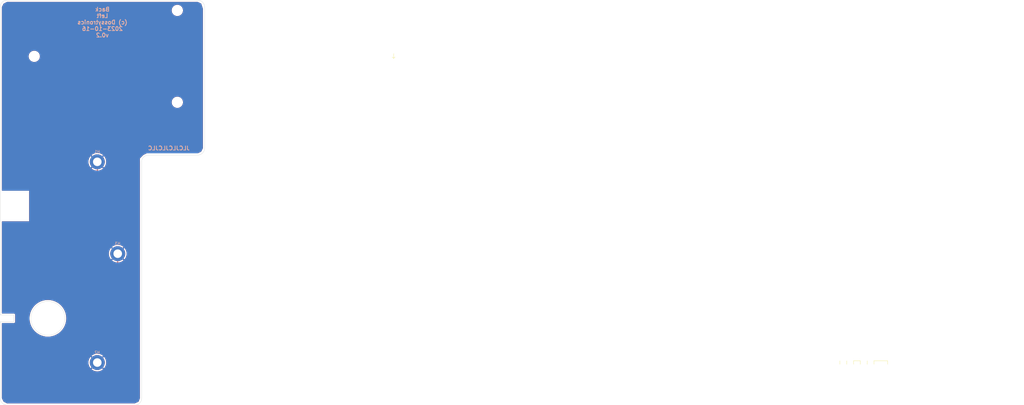
<source format=kicad_pcb>
(kicad_pcb (version 20211014) (generator pcbnew)
  (title_block (title "Left ear for keyboard adpater to Model A/B") (date "2023-10-16") (rev "v0.2") (company "Dossytronics"))
  (layers (0 "F.Cu" signal) (31 "B.Cu" signal) (34 "B.Paste" user) (35 "F.Paste" user) (36 "B.SilkS" user "B.Silkscreen") (37 "F.SilkS" user "F.Silkscreen") (38 "B.Mask" user) (39 "F.Mask" user) (44 "Edge.Cuts" user))
  (net 0 "")
  (net 1 "GND")
  (footprint "MountingHole:MountingHole_3.2mm_M3_DIN965_Pad" (layer "F.Cu") (at 68.58 120.015)
    (fp_text reference "H3" (at 0 -3.8) (layer "B.SilkS") (effects (justify mirror)))
    (fp_text value "bkplt")
    (pad "1" thru_hole circle (at 0 0) (size 5.6 5.6) (drill 3.2) (layers *.Cu *.Mask) (net 1 "GND"))
  )
  (footprint "MountingHole:MountingHole_3.2mm_M3_DIN965" (layer "F.Cu") (at 37.465 46.355)
    (fp_text reference "H4" hide)
    (fp_text value "HoleThru")
    (pad "" np_thru_hole circle (at 0 0) (size 3.2 3.2) (drill 3.2) (layers *.Cu *.Mask))
  )
  (footprint "MountingHole:MountingHole_3.2mm_M3_DIN965_Pad" (layer "F.Cu") (at 60.96 160.655)
    (fp_text reference "H2" (at 0 -3.8) (layer "B.SilkS") (effects (justify mirror)))
    (fp_text value "bkplt")
    (pad "1" thru_hole circle (at 0 0) (size 5.6 5.6) (drill 3.2) (layers *.Cu *.Mask) (net 1 "GND"))
  )
  (footprint "MountingHole:MountingHole_3.2mm_M3_DIN965_Pad" (layer "F.Cu") (at 60.96 85.725)
    (fp_text reference "H1" (at 0 -3.8) (layer "B.SilkS") (effects (justify mirror)))
    (fp_text value "bkplt")
    (pad "1" thru_hole circle (at 0 0) (size 5.6 5.6) (drill 3.2) (layers *.Cu *.Mask) (net 1 "GND"))
  )
  (footprint "MountingHole:MountingHole_3.2mm_M3_DIN965" (layer "F.Cu") (at 90.805 63.5)
    (fp_text reference "H5" hide)
    (fp_text value "HoleThru")
    (pad "" np_thru_hole circle (at 0 0) (size 3.2 3.2) (drill 3.2) (layers *.Cu *.Mask))
  )
  (footprint "MountingHole:MountingHole_3.2mm_M3_DIN965" (layer "F.Cu") (at 90.805 29.21)
    (fp_text reference "H6" hide)
    (fp_text value "HoleThru")
    (pad "" np_thru_hole circle (at 0 0) (size 3.2 3.2) (drill 3.2) (layers *.Cu *.Mask))
  )
  (footprint "MountingHole:MountingHole_4.3mm_M4" (layer "F.Cu") (at 29.845 102.235)
    (fp_text reference "H7" hide)
    (fp_text value "HoleThru")
    (pad "" np_thru_hole circle (at 0 0) (size 4.3 4.3) (drill 4.3) (layers *.Cu *.Mask))
  )
  (gr_line (start 342.9 160.02) (end 342.9 161.29) (layer "F.SilkS") (width 0.15))
  (gr_line (start 350.52 160.02) (end 350.52 161.29) (layer "F.SilkS") (width 0.15))
  (gr_line (start 347.98 161.29) (end 347.98 160.02) (layer "F.SilkS") (width 0.15))
  (gr_line (start 340.36 161.29) (end 340.36 160.02) (layer "F.SilkS") (width 0.15))
  (gr_line (start 355.6 160.02) (end 350.52 160.02) (layer "F.SilkS") (width 0.15))
  (gr_line (start 171.45 45.339) (end 171.45 47.117) (layer "F.SilkS") (width 0.15))
  (gr_line (start 171.45 47.117) (end 170.942 46.609) (layer "F.SilkS") (width 0.15))
  (gr_line (start 355.6 161.29) (end 355.6 160.02) (layer "F.SilkS") (width 0.15))
  (gr_line (start 345.44 161.29) (end 345.44 160.02) (layer "F.SilkS") (width 0.15))
  (gr_line (start 337.82 161.29) (end 337.82 160.02) (layer "F.SilkS") (width 0.15))
  (gr_line (start 171.45 47.117) (end 171.958 46.609) (layer "F.SilkS") (width 0.15))
  (gr_line (start 345.44 160.02) (end 342.9 160.02) (layer "F.SilkS") (width 0.15))
  (gr_line (start 80.01 83.185) (end 98.425 83.185) (layer "Edge.Cuts") (width 0.1))
  (gr_line (start 98.425 25.4) (end 27.305 25.4) (layer "Edge.Cuts") (width 0.1))
  (gr_arc (start 24.765 27.94) (mid 25.508949 26.143949) (end 27.305 25.4) (layer "Edge.Cuts") (width 0.1))
  (gr_line (start 24.765 173.99) (end 24.765 145.415) (layer "Edge.Cuts") (width 0.1))
  (gr_arc (start 77.47 173.99) (mid 76.757565 175.817565) (end 74.93 176.53) (layer "Edge.Cuts") (width 0.1))
  (gr_line (start 29.845 145.415) (end 29.845 142.875) (layer "Edge.Cuts") (width 0.1))
  (gr_arc (start 27.305 176.53) (mid 25.508949 175.786051) (end 24.765 173.99) (layer "Edge.Cuts") (width 0.1))
  (gr_arc (start 100.965 80.645) (mid 100.221051 82.441051) (end 98.425 83.185) (layer "Edge.Cuts") (width 0.1))
  (gr_circle (center 42.545 144.145) (end 48.895 144.145) (layer "Edge.Cuts") (width 0.1) (fill none))
  (gr_arc (start 98.425 25.4) (mid 100.182954 26.105704) (end 100.965 27.831051) (layer "Edge.Cuts") (width 0.1))
  (gr_line (start 74.93 176.53) (end 27.305 176.53) (layer "Edge.Cuts") (width 0.1))
  (gr_line (start 29.845 142.875) (end 24.765 142.875) (layer "Edge.Cuts") (width 0.1))
  (gr_line (start 24.765 27.94) (end 24.765 142.875) (layer "Edge.Cuts") (width 0.1))
  (gr_line (start 77.47 85.725) (end 77.47 173.99) (layer "Edge.Cuts") (width 0.1))
  (gr_line (start 100.965 80.645) (end 100.965 27.831051) (layer "Edge.Cuts") (width 0.1))
  (gr_arc (start 77.47 85.725) (mid 78.213949 83.928949) (end 80.01 83.185) (layer "Edge.Cuts") (width 0.1))
  (gr_line (start 24.765 145.415) (end 29.845 145.415) (layer "Edge.Cuts") (width 0.1))
  (gr_text "JLCJLCJLCJLC" (at 87.63 80.645) (layer "B.SilkS") (effects (font (size 1.5 1.5) (thickness 0.3)) (justify mirror)))
  (gr_text "Back\nLeft\n(c) Dossytronics\n2023-10-16\nv0.2" (at 62.865 33.655) (layer "B.SilkS") (effects (font (size 1.5 1.5) (thickness 0.3)) (justify mirror)))
  (segment (start 68.58 120.015) (end 68.58 153.035) (width 0.25) (layer "F.Cu") (net 1))
  (segment (start 68.58 153.035) (end 60.96 160.655) (width 0.25) (layer "F.Cu") (net 1))
  (segment (start 60.96 112.395) (end 68.58 120.015) (width 0.25) (layer "F.Cu") (net 1))
  (segment (start 60.96 85.725) (end 60.96 112.395) (width 0.25) (layer "F.Cu") (net 1))
  (zone (net 1) (net_name "GND") (layers F&B.Cu) (connect_pads (clearance 0.508)) (min_thickness 0.254) (fill yes (thermal_gap 0.508) (thermal_bridge_width 0.508))
    (polygon (pts (xy 99.695 26.67) (xy 100.33 28.575) (xy 100.33 80.645) (xy 99.695 81.915) (xy 98.425 82.55) (xy 79.375 82.55) (xy 78.105 83.185) (xy 76.835 84.455) (xy 76.835 129.2225) (xy 76.835 173.99) (xy 76.346538 175.26) (xy 74.93 175.895) (xy 27.305 175.895) (xy 26.035 175.26) (xy 25.4 173.99) (xy 25.4 107.95) (xy 35.56 107.95) (xy 35.56 96.52) (xy 25.4 96.52) (xy 25.4 30.48) (xy 25.4 27.94) (xy 26.035 26.67) (xy 27.305 26.035) (xy 98.425 26.035)))
  )
)
</source>
